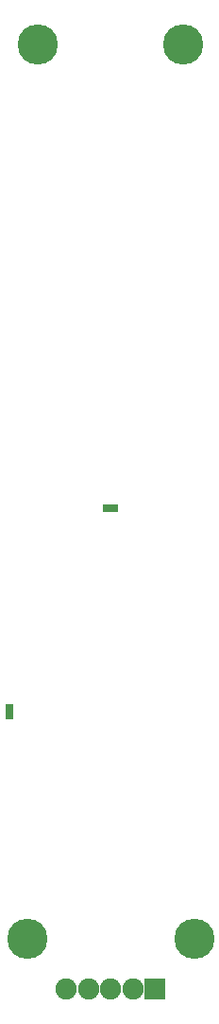
<source format=gbs>
G04 #@! TF.GenerationSoftware,KiCad,Pcbnew,(2017-06-12 revision 19d5cc754)-master*
G04 #@! TF.CreationDate,2018-05-14T22:42:30+02:00*
G04 #@! TF.ProjectId,RFID_MLX90109,524649445F4D4C5839303130392E6B69,rev?*
G04 #@! TF.FileFunction,Soldermask,Bot*
G04 #@! TF.FilePolarity,Negative*
%FSLAX46Y46*%
G04 Gerber Fmt 4.6, Leading zero omitted, Abs format (unit mm)*
G04 Created by KiCad (PCBNEW (2017-06-12 revision 19d5cc754)-master) date 2018 May 14, Monday 22:42:30*
%MOMM*%
%LPD*%
G01*
G04 APERTURE LIST*
%ADD10C,0.100000*%
%ADD11C,3.600000*%
%ADD12R,1.400000X0.700000*%
%ADD13R,0.700000X1.400000*%
%ADD14R,1.900000X1.900000*%
%ADD15C,1.900000*%
G04 APERTURE END LIST*
D10*
D11*
X164000000Y-31000000D03*
X151000000Y-31000000D03*
X150000000Y-111000000D03*
X165000000Y-111000000D03*
D12*
X157500000Y-72500000D03*
D13*
X148400000Y-90700000D03*
D14*
X161500000Y-115500000D03*
D15*
X159500000Y-115500000D03*
X157500000Y-115500000D03*
X155500000Y-115500000D03*
X153500000Y-115500000D03*
M02*

</source>
